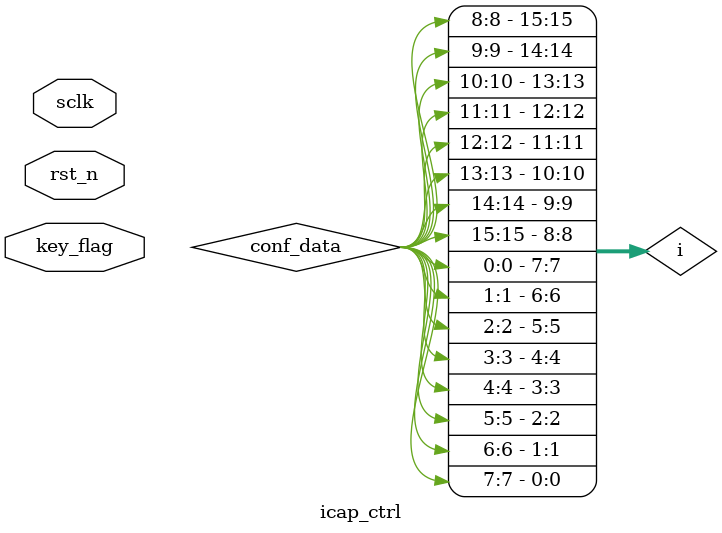
<source format=v>
module	icap_ctrl(
		input			wire			sclk			,
		input			wire			rst_n			,
		input			wire			key_flag
		
);

reg[15:0]		conf_data	;
reg[3:0]		data_cnt	;
reg					ce				;
reg					write			;
reg					flag			;
wire[15:0]	i					;
wire				BUSY			;
wire				o					;

//flag
always@(posedge	sclk	or	negedge	rst_n)
		if(rst_n==0)
				flag	<=	0	;
		else	if(key_flag==1)
				flag	<=	1;
		else	if(data_cnt==13)
				flag	<=	0;
				
//ce
always@(posedge	sclk	or	negedge	rst_n)
		if(rst_n==0)
				ce	<=	1	;
		else	if(data_cnt==1)
				ce	<=	0;
		else	if(conf_data==16'h2000)
				ce	<=	1;

//write
always@(posedge	sclk	or	negedge	rst_n)
		if(rst_n==0)
				write	<=	1	; 
		else	if(data_cnt==1)
				write	<=	0;
		else	if(conf_data==16'h2000)
				write	<=	1;				

//data_cnt
always@(posedge	sclk	or	negedge	rst_n)
		if(rst_n==0)
				data_cnt	<=	0	;
		else	if(data_cnt==13)
				data_cnt	<=	0;
		else	if(flag==1)
				data_cnt	<=	data_cnt+1'b1;
		else	
				data_cnt	<=	0;	
				
//conf_data
always@(posedge	sclk	or	negedge	rst_n)
		if(rst_n==0)
				conf_data	<=	16'hffff	;	
		else	case(data_cnt)
					0 :	conf_data	<=	16'hffff;	
					1 :	conf_data	<=	16'haa99;	
					2 :	conf_data	<=	16'h5566;	
					3 :	conf_data	<=	16'h3261;	
					4 :	conf_data	<=	16'h0000;	
					5 :	conf_data	<=	16'h3281;	
					6 :	conf_data	<=	16'h0340;	
					7 :	conf_data	<=	16'h32a1;	
					8 :	conf_data	<=	16'h0000;	
					9 :	conf_data	<=	16'h32c1;	
					10:	conf_data	<=	16'h0000;	
					11:	conf_data	<=	16'h30a1;	
					12:	conf_data	<=	16'h000e;	
					13:	conf_data	<=	16'h2000;	
						default:	conf_data	<=	16'hffff;
				endcase

//i
assign	i	=	{conf_data[8],conf_data[9],conf_data[10],conf_data[11],conf_data[12],conf_data[13],conf_data[14],conf_data[15],
						 conf_data[0],conf_data[1],conf_data[2],conf_data[3],conf_data[4],conf_data[5],conf_data[6],conf_data[7]};

//ICAPÔ­ÓïÀý»¯
   ICAP_SPARTAN6 #(
      .DEVICE_ID(27'h4001093),     // Specifies the pre-programmed Device ID value
      .SIM_CFG_FILE_NAME("NONE")  // Specifies the Raw Bitstream (RBT) file to be parsed by the simulation
                                  // model
   )
   ICAP_SPARTAN6_inst (
      .BUSY(BUSY),   // 1-bit output: Busy/Ready output
      .O(o),         // 16-bit output: Configuartion data output bus
      .CE(ce),       // 1-bit input: Active-Low ICAP Enable input
      .CLK(sclk),     // 1-bit input: Clock input
      .I(i),         // 16-bit input: Configuration data input bus
      .WRITE(write)  // 1-bit input: Read/Write control input
   );


endmodule
</source>
